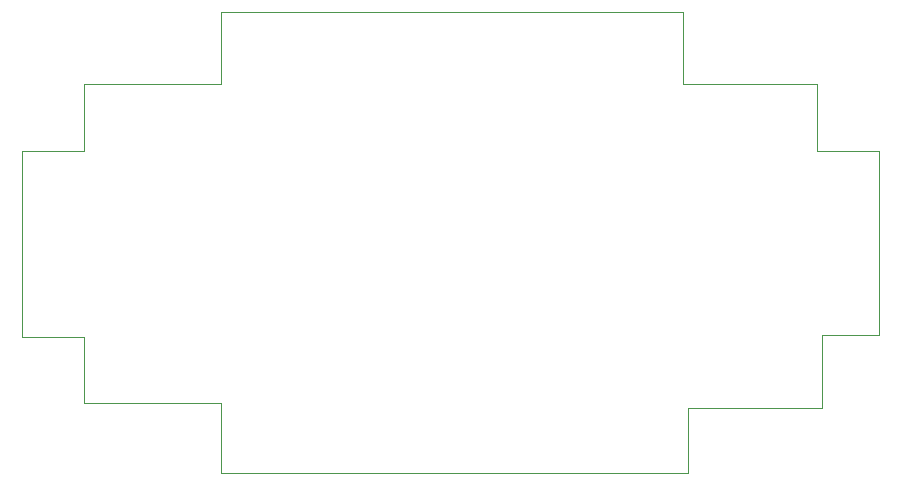
<source format=gbr>
%TF.GenerationSoftware,KiCad,Pcbnew,9.0.3*%
%TF.CreationDate,2025-07-31T16:26:09+05:30*%
%TF.ProjectId,new_ledMatrix,6e65775f-6c65-4644-9d61-747269782e6b,rev?*%
%TF.SameCoordinates,Original*%
%TF.FileFunction,Profile,NP*%
%FSLAX46Y46*%
G04 Gerber Fmt 4.6, Leading zero omitted, Abs format (unit mm)*
G04 Created by KiCad (PCBNEW 9.0.3) date 2025-07-31 16:26:09*
%MOMM*%
%LPD*%
G01*
G04 APERTURE LIST*
%TA.AperFunction,Profile*%
%ADD10C,0.050000*%
%TD*%
G04 APERTURE END LIST*
D10*
X117134478Y-64950000D02*
X117150000Y-58850000D01*
X156300000Y-64950000D02*
X167650000Y-64950000D01*
X168050000Y-92350000D02*
X156700000Y-92350000D01*
X168050000Y-86200000D02*
X168050000Y-92350000D01*
X100300000Y-70600000D02*
X105550000Y-70600000D01*
X117200000Y-91950000D02*
X105550000Y-91950000D01*
X105550000Y-86350000D02*
X100300000Y-86350000D01*
X172900000Y-86200000D02*
X168050000Y-86200000D01*
X117200000Y-97900000D02*
X117200000Y-91950000D01*
X105550000Y-91950000D02*
X105550000Y-86350000D01*
X167650000Y-70600000D02*
X172900000Y-70600000D01*
X105550000Y-64950000D02*
X117134478Y-64950000D01*
X172900000Y-70600000D02*
X172900000Y-86200000D01*
X156700000Y-92350000D02*
X156750000Y-97900000D01*
X156300000Y-58850000D02*
X156300000Y-64950000D01*
X156750000Y-97900000D02*
X117200000Y-97900000D01*
X167650000Y-64950000D02*
X167650000Y-70600000D01*
X105550000Y-70600000D02*
X105550000Y-64950000D01*
X118500000Y-58850000D02*
X156300000Y-58850000D01*
X100300000Y-86350000D02*
X100300000Y-70600000D01*
X117150000Y-58850000D02*
X118500000Y-58850000D01*
M02*

</source>
